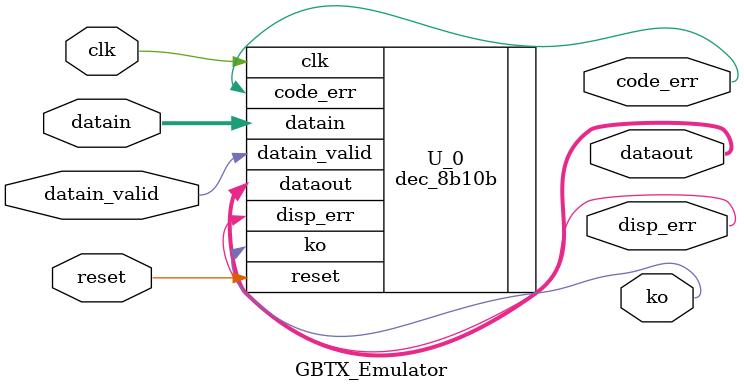
<source format=v>

`resetall
`timescale 1ns/10ps
module GBTX_Emulator( 
   // Port Declarations
   input   wire           clk, 
   input   wire    [9:0]  datain, 
   input   wire           datain_valid, 
   input   wire           reset, 
   output  wire           code_err, 
   output  wire    [7:0]  dataout, 
   output  wire           disp_err, 
   output  wire           ko
);


// Internal Declarations


// Local declarations

// Internal signal declarations


// Instances 
dec_8b10b U_0( 
   .reset        (reset), 
   .clk          (clk), 
   .datain       (datain), 
   .datain_valid (datain_valid), 
   .ko           (ko), 
   .dataout      (dataout), 
   .code_err     (code_err), 
   .disp_err     (disp_err)
); 


endmodule // GBTX_Emulator


</source>
